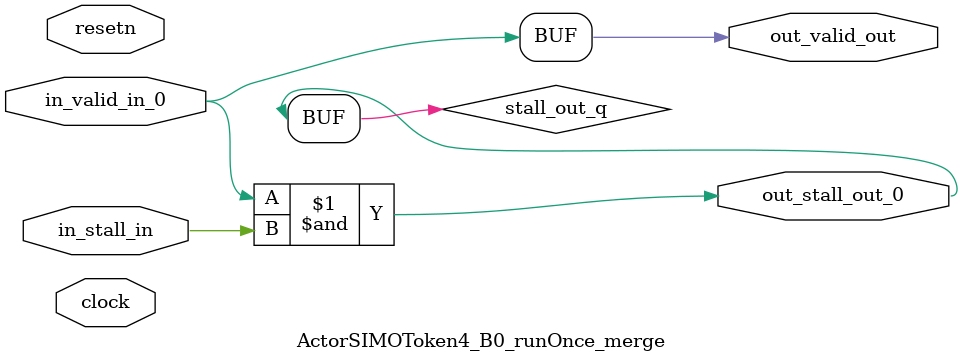
<source format=sv>



(* altera_attribute = "-name AUTO_SHIFT_REGISTER_RECOGNITION OFF; -name MESSAGE_DISABLE 10036; -name MESSAGE_DISABLE 10037; -name MESSAGE_DISABLE 14130; -name MESSAGE_DISABLE 14320; -name MESSAGE_DISABLE 15400; -name MESSAGE_DISABLE 14130; -name MESSAGE_DISABLE 10036; -name MESSAGE_DISABLE 12020; -name MESSAGE_DISABLE 12030; -name MESSAGE_DISABLE 12010; -name MESSAGE_DISABLE 12110; -name MESSAGE_DISABLE 14320; -name MESSAGE_DISABLE 13410; -name MESSAGE_DISABLE 113007; -name MESSAGE_DISABLE 10958" *)
module ActorSIMOToken4_B0_runOnce_merge (
    input wire [0:0] in_stall_in,
    input wire [0:0] in_valid_in_0,
    output wire [0:0] out_stall_out_0,
    output wire [0:0] out_valid_out,
    input wire clock,
    input wire resetn
    );

    wire [0:0] stall_out_q;


    // stall_out(LOGICAL,6)
    assign stall_out_q = in_valid_in_0 & in_stall_in;

    // out_stall_out_0(GPOUT,4)
    assign out_stall_out_0 = stall_out_q;

    // out_valid_out(GPOUT,5)
    assign out_valid_out = in_valid_in_0;

endmodule

</source>
